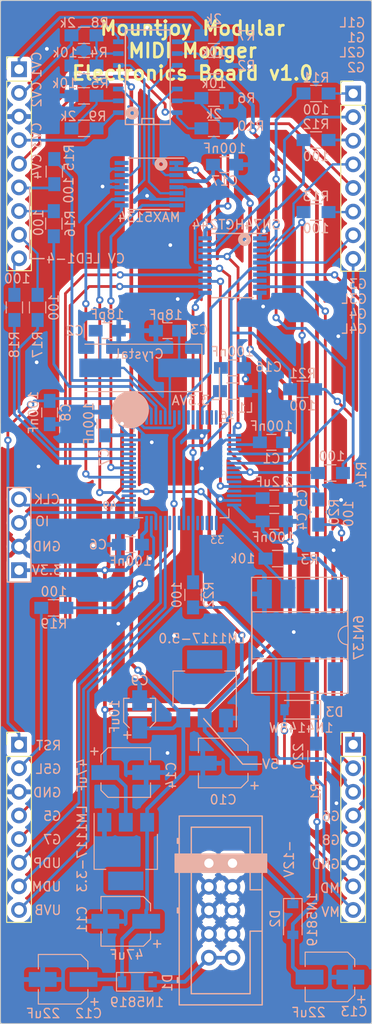
<source format=kicad_pcb>
(kicad_pcb (version 20221018) (generator pcbnew)
  (layers (0 "F.Cu" signal) (31 "B.Cu" signal) (34 "B.Paste" user) (35 "F.Paste" user) (36 "B.SilkS" user "B.Silkscreen") (37 "F.SilkS" user "F.Silkscreen") (38 "B.Mask" user) (39 "F.Mask" user) (44 "Edge.Cuts" user))
  (net 0 "")
  (net 1 "GATE1_LED_OUT")
  (net 2 "GND")
  (net 3 "GATE2_LED_OUT")
  (net 4 "GATE3_LED_OUT")
  (net 5 "GATE4_LED_OUT")
  (net 6 "CV1_LED_OUT")
  (net 7 "CV2_LED_OUT")
  (net 8 "CV3_LED_OUT")
  (net 9 "CV4_LED_OUT")
  (net 10 "GATE5_LED_OUT")
  (net 11 "GATE6_LED_OUT")
  (net 12 "GATE7_LED_OUT")
  (net 13 "GATE8_LED_OUT")
  (net 14 "MIDI_VREF")
  (net 15 "MIDI_DATA")
  (net 16 "GATE8_OUT")
  (net 17 "GATE7_OUT")
  (net 18 "GATE6_OUT")
  (net 19 "GATE5_OUT")
  (net 20 "GATE1_OUT")
  (net 21 "GATE2_OUT")
  (net 22 "GATE3_OUT")
  (net 23 "GATE4_OUT")
  (net 24 "USB_DM")
  (net 25 "USB_DP")
  (net 26 "USB_VBUS")
  (net 27 "CV1_OUT")
  (net 28 "CV2_OUT")
  (net 29 "CV3_OUT")
  (net 30 "CV4_OUT")
  (net 31 "+3V3")
  (net 32 "Net-(C2-Pad1)")
  (net 33 "Net-(C3-Pad1)")
  (net 34 "Net-(C5-Pad1)")
  (net 35 "NRST")
  (net 36 "VCC")
  (net 37 "+5V")
  (net 38 "VEE")
  (net 39 "+3.3VA")
  (net 40 "+12V")
  (net 41 "-12V")
  (net 42 "SWCLK")
  (net 43 "SWDIO")
  (net 44 "Net-(D3-Pad1)")
  (net 45 "Net-(R2-Pad2)")
  (net 46 "MIDI_RX")
  (net 47 "Net-(R4-Pad2)")
  (net 48 "Net-(R5-Pad2)")
  (net 49 "Net-(R10-Pad2)")
  (net 50 "GATE1")
  (net 51 "GATE2")
  (net 52 "GATE3")
  (net 53 "GATE4")
  (net 54 "CV1_LED")
  (net 55 "CV2_LED")
  (net 56 "CV3_LED")
  (net 57 "CV4_LED")
  (net 58 "GATE5")
  (net 59 "GATE6")
  (net 60 "GATE7")
  (net 61 "GATE8")
  (net 62 "Net-(U1-Pad1)")
  (net 63 "Net-(U1-Pad4)")
  (net 64 "Net-(U1-Pad8)")
  (net 65 "Net-(U1-Pad10)")
  (net 66 "Net-(U1-Pad14)")
  (net 67 "Net-(U1-Pad16)")
  (net 68 "Net-(U1-Pad20)")
  (net 69 "Net-(U1-Pad22)")
  (net 70 "Net-(U1-Pad24)")
  (net 71 "Net-(U1-Pad26)")
  (net 72 "Net-(U1-Pad29)")
  (net 73 "Net-(U1-Pad34)")
  (net 74 "Net-(U1-Pad36)")
  (net 75 "Net-(U1-Pad37)")
  (net 76 "Net-(U1-Pad39)")
  (net 77 "Net-(U1-Pad41)")
  (net 78 "Net-(U1-Pad43)")
  (net 79 "DAC_NSS")
  (net 80 "Net-(U1-Pad51)")
  (net 81 "Net-(U1-Pad53)")
  (net 82 "Net-(U1-Pad54)")
  (net 83 "DAC_SCK")
  (net 84 "Net-(U1-Pad56)")
  (net 85 "DAC_MOSI")
  (net 86 "Net-(U1-Pad58)")
  (net 87 "Net-(U1-Pad60)")
  (net 88 "Net-(U1-Pad62)")
  (net 89 "Net-(U2-Pad4)")
  (net 90 "Net-(U2-Pad7)")
  (net 91 "Net-(U2-Pad1)")
  (net 92 "DAC_3")
  (net 93 "DAC_4")
  (net 94 "DAC_2")
  (net 95 "DAC_1")
  (net 96 "Net-(U7-Pad16)")
  (net 97 "Net-(U1-Pad27)")
  (net 98 "Net-(U1-Pad33)")
  (net 99 "Net-(U1-Pad35)")
  (net 100 "Net-(U1-Pad11)")
  (net 101 "Net-(U1-Pad15)")
  (footprint "Socket_Strips:Socket_Strip_Straight_1x08_Pitch2.54mm" (layer "F.Cu") (at 134 50)
    (fp_text reference "J3" hide)
    (fp_text value "Conn_01x08_Male" hide)
  )
  (footprint "Socket_Strips:Socket_Strip_Straight_1x08_Pitch2.54mm" (layer "F.Cu") (at 98 120)
    (fp_text reference "J4" hide)
    (fp_text value "Conn_01x08_Male" hide)
  )
  (footprint "Socket_Strips:Socket_Strip_Straight_1x08_Pitch2.54mm" (layer "F.Cu") (at 134 120)
    (fp_text reference "J5" hide)
    (fp_text value "Conn_01x08_Male" hide)
  )
  (footprint "Socket_Strips:Socket_Strip_Straight_1x09_Pitch2.54mm" (layer "F.Cu") (at 98 47.4)
    (fp_text reference "J2" hide)
    (fp_text value "Conn_01x09_Male" hide)
  )
  (footprint "Diodes_SMD:D_SOD-123" (layer "B.Cu") (at 128.25 116.25 180)
    (fp_text reference "D3")
    (fp_text value "1N4148W")
  )
  (footprint "Capacitors_SMD:C_0805_HandSoldering" (layer "B.Cu") (at 125.2 87.5)
    (fp_text reference "C1")
    (fp_text value "100nF")
  )
  (footprint "Capacitors_SMD:C_0805_HandSoldering" (layer "B.Cu") (at 114 75.5 180)
    (fp_text reference "C3")
    (fp_text value "18pF")
  )
  (footprint "Capacitors_SMD:C_0805_HandSoldering" (layer "B.Cu") (at 125.5 96)
    (fp_text reference "C4")
    (fp_text value "100nF")
  )
  (footprint "Capacitors_SMD:C_0805_HandSoldering" (layer "B.Cu") (at 125.5 93.5)
    (fp_text reference "C5")
    (fp_text value "2.2uF")
  )
  (footprint "Capacitors_SMD:C_0805_HandSoldering" (layer "B.Cu") (at 110 98.5 180)
    (fp_text reference "C6")
    (fp_text value "100nF")
  )
  (footprint "Capacitors_SMD:C_0805_HandSoldering" (layer "B.Cu") (at 107.25 85.5 90)
    (fp_text reference "C7")
    (fp_text value "100nF")
  )
  (footprint "Capacitors_SMD:C_0805_HandSoldering" (layer "B.Cu") (at 101.3 84.3 90)
    (fp_text reference "C8")
    (fp_text value "100nF")
  )
  (footprint "Capacitors_SMD:CP_Elec_3x5.3" (layer "B.Cu") (at 111 116.75 90)
    (fp_text reference "C9")
    (fp_text value "10uF")
  )
  (footprint "Capacitors_SMD:CP_Elec_5x5.3" (layer "B.Cu") (at 120 122 180)
    (fp_text reference "C10")
    (fp_text value "22uF")
  )
  (footprint "Capacitors_SMD:CP_Elec_5x5.8" (layer "B.Cu") (at 109.5 139 180)
    (fp_text reference "C11")
    (fp_text value "47uF")
  )
  (footprint "Capacitors_SMD:CP_Elec_5x5.3" (layer "B.Cu") (at 102.75 145.25 180)
    (fp_text reference "C12")
    (fp_text value "22uF")
  )
  (footprint "Capacitors_SMD:CP_Elec_5x5.3" (layer "B.Cu") (at 131.5 145 180)
    (fp_text reference "C13")
    (fp_text value "22uF")
  )
  (footprint "Capacitors_SMD:CP_Elec_5x5.8" (layer "B.Cu") (at 109.5 123)
    (fp_text reference "C14")
    (fp_text value "47uF")
  )
  (footprint "Capacitors_SMD:C_0805_HandSoldering" (layer "B.Cu") (at 120.15 57.65)
    (fp_text reference "C17")
    (fp_text value "100nF")
  )
  (footprint "Diodes_SMD:D_SOD-123" (layer "B.Cu") (at 110.75 145.5)
    (fp_text reference "D1")
    (fp_text value "1N5819")
  )
  (footprint "Diodes_SMD:D_SOD-123" (layer "B.Cu") (at 127.5 138.8 -90)
    (fp_text reference "D2")
    (fp_text value "1N5819")
  )
  (footprint "Custom_Footprints:SWD_header" (layer "B.Cu") (at 98 101.25 90)
    (fp_text reference "J1" hide)
    (fp_text value "SWD_Header" hide)
  )
  (footprint "Custom_Footprints:Eurorack_10_pin_header" (layer "B.Cu") (at 121 132.75 -90)
    (fp_text reference "J9" hide)
    (fp_text value "Eurorack_10_pin_power")
  )
  (footprint "Inductors_SMD:L_0805_HandSoldering" (layer "B.Cu") (at 121 82)
    (fp_text reference "L1")
    (fp_text value "L")
  )
  (footprint "Resistors_SMD:R_0805_HandSoldering" (layer "B.Cu") (at 130 121.25 -90)
    (fp_text reference "R1")
    (fp_text value "220")
  )
  (footprint "Resistors_SMD:R_0805_HandSoldering" (layer "B.Cu") (at 125.9 100 180)
    (fp_text reference "R3")
    (fp_text value "10k")
  )
  (footprint "Resistors_SMD:R_0805_HandSoldering" (layer "B.Cu") (at 105 47)
    (fp_text reference "R4")
    (fp_text value "10k")
  )
  (footprint "Resistors_SMD:R_0805_HandSoldering" (layer "B.Cu") (at 105 50.25)
    (fp_text reference "R5")
    (fp_text value "10k")
  )
  (footprint "Resistors_SMD:R_0805_HandSoldering" (layer "B.Cu") (at 119 50.5 180)
    (fp_text reference "R6")
    (fp_text value "10k")
  )
  (footprint "Resistors_SMD:R_0805_HandSoldering" (layer "B.Cu") (at 119 43.75)
    (fp_text reference "R7")
    (fp_text value "2k")
  )
  (footprint "Resistors_SMD:R_0805_HandSoldering" (layer "B.Cu") (at 105 53.75 180)
    (fp_text reference "R9")
    (fp_text value "2k")
  )
  (footprint "Resistors_SMD:R_0805_HandSoldering" (layer "B.Cu") (at 119 53.75)
    (fp_text reference "R10")
    (fp_text value "2k")
  )
  (footprint "Resistors_SMD:R_0805_HandSoldering" (layer "B.Cu") (at 130 55 180)
    (fp_text reference "R12")
    (fp_text value "100")
  )
  (footprint "Resistors_SMD:R_0805_HandSoldering" (layer "B.Cu") (at 100 73 -90)
    (fp_text reference "R17")
    (fp_text value "100")
  )
  (footprint "Resistors_SMD:R_0805_HandSoldering" (layer "B.Cu") (at 97.5 73 -90)
    (fp_text reference "R18")
    (fp_text value "100")
  )
  (footprint "Resistors_SMD:R_0805_HandSoldering" (layer "B.Cu") (at 128.55 81.8 180)
    (fp_text reference "R21")
    (fp_text value "100")
  )
  (footprint "Package_QFP:LQFP-64_10x10mm_P0.5mm" (layer "B.Cu") (at 115.5 90.5 -90)
    (fp_text reference "U1" hide)
    (fp_text value "STM32F446RETx")
  )
  (footprint "TO_SOT_Packages_SMD:SOT-223" (layer "B.Cu") (at 118 114 90)
    (fp_text reference "U4" hide)
    (fp_text value "LM1117-5.0")
  )
  (footprint "TO_SOT_Packages_SMD:SOT-223" (layer "B.Cu") (at 109.5 131.5 -90)
    (fp_text reference "U5" hide)
    (fp_text value "LM1117-3.3")
  )
  (footprint "Housings_SSOP:TSSOP-20_4.4x6.5mm_Pitch0.65mm" (layer "B.Cu") (at 121 68.5 180)
    (fp_text reference "U6" hide)
    (fp_text value "SN74HCT244")
  )
  (footprint "Custom_Footprints:Crystal_SMD" (layer "B.Cu") (at 111 79.5 180)
    (fp_text reference "Y1" hide)
    (fp_text value "Crystal")
  )
  (footprint "Housings_SSOP:TSSOP-16_4.4x5mm_Pitch0.65mm" (layer "B.Cu") (at 112 59.75 180)
    (fp_text reference "U7" hide)
    (fp_text value "MAX5134")
  )
  (footprint "Capacitors_SMD:C_0805_HandSoldering" (layer "B.Cu") (at 121 79.5)
    (fp_text reference "C16")
    (fp_text value "100nF")
  )
  (footprint "SMD_Packages:SOIC-14_N" (layer "B.Cu") (at 112 48.25 90)
    (fp_text reference "U3" hide)
    (fp_text value "TL074")
  )
  (footprint "Housings_DIP:DIP-8_W8.89mm_SMDSocket_LongPads" (layer "B.Cu") (at 128.25 108.25 90)
    (fp_text reference "U2" hide)
    (fp_text value "6N137")
  )
  (footprint "Resistors_SMD:R_0805_HandSoldering" (layer "B.Cu") (at 105 43.75)
    (fp_text reference "R8")
    (fp_text value "2k")
  )
  (footprint "Resistors_SMD:R_0805_HandSoldering" (layer "B.Cu") (at 119 47 180)
    (fp_text reference "R2")
    (fp_text value "10k")
  )
  (footprint "Resistors_SMD:R_0805_HandSoldering" (layer "B.Cu") (at 101.75 64 -90)
    (fp_text reference "R16")
    (fp_text value "100")
  )
  (footprint "Resistors_SMD:R_0805_HandSoldering" (layer "B.Cu") (at 130 62.75 180)
    (fp_text reference "R13")
    (fp_text value "100")
  )
  (footprint "Resistors_SMD:R_0805_HandSoldering" (layer "B.Cu") (at 130 50 180)
    (fp_text reference "R11")
    (fp_text value "100")
  )
  (footprint "Capacitors_SMD:C_0805_HandSoldering" (layer "B.Cu") (at 107.5 75.5)
    (fp_text reference "C2")
    (fp_text value "18pF")
  )
  (footprint "Resistors_SMD:R_0805_HandSoldering" (layer "B.Cu") (at 130.25 95 90)
    (fp_text reference "R20")
    (fp_text value "100")
  )
  (footprint "Resistors_SMD:R_0805_HandSoldering" (layer "B.Cu") (at 131.55 90.8 180)
    (fp_text reference "R14")
    (fp_text value "100")
  )
  (footprint "Resistors_SMD:R_0805_HandSoldering" (layer "B.Cu") (at 116.75 103.9 90)
    (fp_text reference "R22")
    (fp_text value "100")
  )
  (footprint "Resistors_SMD:R_0805_HandSoldering" (layer "B.Cu") (at 101.75 105.3)
    (fp_text reference "R19")
    (fp_text value "100")
  )
  (footprint "Resistors_SMD:R_0805_HandSoldering" (layer "B.Cu") (at 101.8 58.4 90)
    (fp_text reference "R15")
    (fp_text value "100")
  )
  (gr_circle (center 122.3 65.7) (end 122.5 65.7) (stroke (width 0.5)) (fill none) (layer "B.SilkS"))
  (gr_circle (center 110.2 52.1) (end 110.4 52.1) (stroke (width 0.5)) (fill none) (layer "B.SilkS"))
  (gr_line (start 122.1 122.1) (end 117.9 117.2) (stroke (width 0.15)) (layer "B.SilkS"))
  (gr_circle (center 113.3 57.6) (end 113.5 57.6) (stroke (width 0.5)) (fill none) (layer "B.SilkS"))
  (gr_line (start 124.1 122.1) (end 122.1 122.1) (stroke (width 0.15)) (layer "B.SilkS"))
  (gr_line (start 99.15 67.75) (end 99.15 60.15) (stroke (width 0.15)) (layer "B.SilkS"))
  (gr_line (start 100.7 67.75) (end 99.15 67.75) (stroke (width 0.15)) (layer "B.SilkS"))
  (gr_circle (center 110 84) (end 110 84) (stroke (width 2)) (fill none) (layer "B.SilkS"))
  (gr_line (start 119.6 82.9) (end 119.6 79.5) (stroke (width 0.15)) (layer "B.SilkS"))
  (gr_line (start 118.8 82.9) (end 119.6 82.9) (stroke (width 0.15)) (layer "B.SilkS"))
  (gr_line (start 96 40) (end 136 40) (stroke (width 0.1)) (layer "Edge.Cuts"))
  (gr_line (start 96 150) (end 136 150) (stroke (width 0.1)) (layer "Edge.Cuts"))
  (gr_line (start 96 40) (end 96 150) (stroke (width 0.1)) (layer "Edge.Cuts"))
  (gr_line (start 136 40) (end 136 150) (stroke (width 0.1)) (layer "Edge.Cuts"))
  (gr_text "G5L" (at 101.17619 122.628571) (layer "B.SilkS") (effects (font (size 1 1)) (justify mirror)))
  (gr_text "GND" (at 101.033333 125.157142) (layer "B.SilkS") (effects (font (size 1 1)) (justify mirror)))
  (gr_text "G5" (at 101.580952 127.685713) (layer "B.SilkS") (effects (font (size 1 1)) (justify mirror)))
  (gr_text "G7" (at 101.580952 130.214284) (layer "B.SilkS") (effects (font (size 1 1)) (justify mirror)))
  (gr_text "UDP" (at 101.033333 132.742855) (layer "B.SilkS") (effects (font (size 1 1)) (justify mirror)))
  (gr_text "UDM" (at 100.961905 135.271426) (layer "B.SilkS") (effects (font (size 1 1)) (justify mirror)))
  (gr_text "UVB" (at 101.104762 137.8) (layer "B.SilkS") (effects (font (size 1 1)) (justify mirror)))
  (gr_text "G8" (at 131.6 130.275) (layer "B.SilkS") (effects (font (size 1 1)) (justify mirror)))
  (gr_text "MV" (at 131.576191 138) (layer "B.SilkS") (effects (font (size 1 1)) (justify mirror)))
  (gr_text "G3\nG3L\nG4\nG4L" (at 135.6 72.9) (layer "B.SilkS") (effects (font (size 1 1)) (justify left mirror)))
  (gr_text "G6" (at 131.6 127.7) (layer "B.SilkS") (effects (font (size 1 1)) (justify mirror)))
  (gr_text "GND" (at 131.052381 132.85) (layer "B.SilkS") (effects (font (size 1 1)) (justify mirror)))
  (gr_text "MD" (at 131.504762 135.425) (layer "B.SilkS") (effects (font (size 1 1)) (justify mirror)))
  (gr_text "G1L\nG1\nG2L\nG2" (at 135.4 44.8) (layer "B.SilkS") (effects (font (size 1 1)) (justify left mirror)))
  (gr_text "33" (at 120.2 98) (layer "B.SilkS") (effects (font (size 0.8 0.8) (thickness 0.12)) (justify left mirror)))
  (gr_text "49" (at 108.6 94.3) (layer "B.SilkS") (effects (font (size 0.8 0.8) (thickness 0.12)) (justify left mirror)))
  (gr_text "16" (at 121.3 84.6) (layer "B.SilkS") (effects (font (size 0.8 0.8) (thickness 0.12)) (justify left mirror)))
  (gr_text "5V" (at 125.1 122.1) (layer "B.SilkS") (effects (font (size 1 1)) (justify mirror)))
  (gr_text "3.3VA" (at 116.5 83) (layer "B.SilkS") (effects (font (size 1 1)) (justify mirror)))
  (gr_text "CV LED1-4" (at 100.85 67.75) (layer "B.SilkS") (effects (font (size 1 1)) (justify right mirror)))
  (gr_text "CV1" (at 99.9 48.4 90) (layer "B.SilkS") (effects (font (size 1 1)) (justify right mirror)))
  (gr_text "CV2" (at 99.9 51.6 90) (layer "B.SilkS") (effects (font (size 1 1)) (justify right mirror)))
  (gr_text "CV3" (at 99.9 56 90) (layer "B.SilkS") (effects (font (size 1 1)) (justify right mirror)))
  (gr_text "CV4" (at 99.9 59.35 90) (layer "B.SilkS") (effects (font (size 1 1)) (justify right mirror)))
  (gr_text "RST" (at 101.2 120.1) (layer "B.SilkS") (effects (font (size 1 1)) (justify mirror)))
  (gr_text "Mountjoy Modular\nMIDI Monger\nElectronics Board v1.0" (at 116.7 45.4) (layer "F.SilkS") (effects (font (size 1.5 1.5) (thickness 0.3))))
  (segment (start 131.35 50) (end 134 50) (width 0.25) (layer "B.Cu") (net 1))
  (segment (start 117.7 86.8) (end 117.7 90.3) (width 0.3) (layer "F.Cu") (net 2))
  (via (at 120.5 63.9) (size 0.8) (drill 0.4) (layers "F.Cu" "B.Cu") (net 2))
  (via (at 124.3 72.9) (size 0.8) (drill 0.4) (layers "F.Cu" "B.Cu") (net 2))
  (via (at 122.8 47.1) (size 0.8) (drill 0.4) (layers "F.Cu" "B.Cu") (net 2))
  (via (at 114 120.9) (size 0.8) (drill 0.4) (layers "F.Cu" "B.Cu") (net 2))
  (via (at 132.4 76.1) (size 0.8) (drill 0.4) (layers "F.Cu" "B.Cu") (net 2))
  (via (at 112.3 87.5) (size 0.8) (drill 0.4) (layers "F.Cu" "B.Cu") (net 2))
  (via (at 127.6 107.9) (size 0.8) (drill 0.4) (layers "F.Cu" "B.Cu") (net 2))
  (via (at 111.8 61) (size 0.8) (drill 0.4) (layers "F.Cu" "B.Cu") (net 2))
  (via (at 115.1 72.1) (size 0.8) (drill 0.4) (layers "F.Cu" "B.Cu") (net 2))
  (via (at 132.7 93.7) (size 0.8) (drill 0.4) (layers "F.Cu" "B.Cu") (net 2))
  (via (at 124.4 64.8) (size 0.8) (drill 0.4) (layers "F.Cu" "B.Cu") (net 2))
  (via (at 114.7 108.3) (size 0.8) (drill 0.4) (layers "F.Cu" "B.Cu") (net 2))
  (via (at 117.7 90.3) (size 0.8) (drill 0.4) (layers "F.Cu" "B.Cu") (net 2))
  (via (at 106 98.6) (size 0.8) (drill 0.4) (layers "F.Cu" "B.Cu") (net 2))
  (via (at 100.1 90.1) (size 0.8) (drill 0.4) (layers "F.Cu" "B.Cu") (net 2))
  (via (at 117.7 86.8) (size 0.8) (drill 0.4) (layers "F.Cu" "B.Cu") (net 2))
  (via (at 99.9 78.9) (size 0.8) (drill 0.4) (layers "F.Cu" "B.Cu") (net 2))
  (via (at 122.4 80.7) (size 0.8) (drill 0.4) (layers "F.Cu" "B.Cu") (net 2))
  (via (at 114.3 66.3) (size 0.8) (drill 0.4) (layers "F.Cu" "B.Cu") (net 2))
  (via (at 131.9 99.1) (size 0.8) (drill 0.4) (layers "F.Cu" "B.Cu") (net 2))
  (via (at 112.1 100) (size 0.8) (drill 0.4) (layers "F.Cu" "B.Cu") (net 2))
  (via (at 111.8 42.9) (size 0.8) (drill 0.4) (layers "F.Cu" "B.Cu") (net 2))
  (via (at 101 45.2) (size 0.8) (drill 0.4) (layers "F.Cu" "B.Cu") (net 2))
  (via (at 119.7 93.6) (size 0.8) (drill 0.4) (layers "F.Cu" "B.Cu") (net 2))
  (via (at 107 60) (size 0.8) (drill 0.4) (layers "F.Cu" "B.Cu") (net 2))
  (via (at 125 82) (size 0.8) (drill 0.4) (layers "F.Cu" "B.Cu") (net 2))
  (via (at 132.2 126.3) (size 0.8) (drill 0.4) (layers "F.Cu" "B.Cu") (net 2))
  (via (at 108.7 107) (size 0.8) (drill 0.4) (layers "F.Cu" "B.Cu") (net 2))
  (segment (start 116 61.375) (end 116.050001 61.425001) (width 0.3) (layer "B.Cu") (net 2))
  (segment (start 123.95 65.25) (end 124.4 64.8) (width 0.3) (layer "B.Cu") (net 2))
  (segment (start 109.05 84.25) (end 112.3 87.5) (width 0.3) (layer "B.Cu") (net 2))
  (segment (start 112.25 96.175) (end 112.25 97.524999) (width 0.3) (layer "B.Cu") (net 2))
  (segment (start 118.980002 66.225) (end 118.05 66.225) (width 0.3) (layer "B.Cu") (net 2))
  (segment (start 122.4 80.7) (end 122.4 79.65) (width 0.3) (layer "B.Cu") (net 2))
  (segment (start 120.5 63.9) (end 120.5 64.705002) (width 0.3) (layer "B.Cu") (net 2))
  (segment (start 121.175 93.75) (end 119.85 93.75) (width 0.3) (layer "B.Cu") (net 2))
  (segment (start 121.175 87.25) (end 120.25 87.25) (width 0.3) (layer "B.Cu") (net 2))
  (segment (start 109.05 59.425) (end 107.575 59.425) (width 0.3) (layer "B.Cu") (net 2))
  (segment (start 112.175 61.375) (end 111.8 61) (width 0.3) (layer "B.Cu") (net 2))
  (segment (start 115.905002 60.075) (end 116.050001 60.219999) (width 0.3) (layer "B.Cu") (net 2))
  (segment (start 112.499999 97.774998) (end 112.499999 99.600001) (width 0.3) (layer "B.Cu") (net 2))
  (segment (start 107 59.125) (end 107 60) (width 0.3) (layer "B.Cu") (net 2))
  (segment (start 109.825 87.25) (end 112.05 87.25) (width 0.3) (layer "B.Cu") (net 2))
  (segment (start 109.05 59.425) (end 109.05 60.075) (width 0.3) (layer "B.Cu") (net 2))
  (segment (start 107.075 60.075) (end 107 60) (width 0.3) (layer "B.Cu") (net 2))
  (segment (start 122.4 79.65) (end 122.25 79.5) (width 0.3) (layer "B.Cu") (net 2))
  (segment (start 119.7 93.6) (end 117.7 91.6) (width 0.3) (layer "B.Cu") (net 2))
  (segment (start 119.85 93.75) (end 119.7 93.6) (width 0.3) (layer "B.Cu") (net 2))
  (segment (start 107.25 84.25) (end 109.05 84.25) (width 0.3) (layer "B.Cu") (net 2))
  (segment (start 117.25 86.35) (end 117.7 86.8) (width 0.3) (layer "B.Cu") (net 2))
  (segment (start 123.95 65.575) (end 123.95 65.25) (width 0.3) (layer "B.Cu") (net 2))
  (segment (start 112.25 97.524999) (end 112.499999 97.774998) (width 0.3) (layer "B.Cu") (net 2))
  (segment (start 118.099999 89.900001) (end 117.7 90.3) (width 0.3) (layer "B.Cu") (net 2))
  (segment (start 109.05 60.075) (end 107.075 60.075) (width 0.3) (layer "B.Cu") (net 2))
  (segment (start 117.7 91.6) (end 117.7 90.3) (width 0.3) (layer "B.Cu") (net 2))
  (segment (start 118.099999 89.400001) (end 118.099999 89.900001) (width 0.3) (layer "B.Cu") (net 2))
  (segment (start 120.5 64.705002) (end 118.980002 66.225) (width 0.3) (layer "B.Cu") (net 2))
  (segment (start 112.499999 99.600001) (end 112.1 100) (width 0.3) (layer "B.Cu") (net 2))
  (segment (start 107.575 59.425) (end 107 60) (width 0.3) (layer "B.Cu") (net 2))
  (segment (start 114.95 60.075) (end 115.905002 60.075) (width 0.3) (layer "B.Cu") (net 2))
  (segment (start 120.25 87.25) (end 118.099999 89.400001) (width 0.3) (layer "B.Cu") (net 2))
  (segment (start 114.95 61.375) (end 116 61.375) (width 0.4) (layer "B.Cu") (net 2))
  (segment (start 116.050001 60.219999) (end 116.050001 64.549999) (width 0.3) (layer "B.Cu") (net 2))
  (segment (start 116.050001 64.549999) (end 114.3 66.3) (width 0.3) (layer "B.Cu") (net 2))
  (segment (start 117.25 84.825) (end 117.25 86.35) (width 0.3) (layer "B.Cu") (net 2))
  (segment (start 114.95 61.375) (end 112.175 61.375) (width 0.3) (layer "B.Cu") (net 2))
  (segment (start 112.05 87.25) (end 112.3 87.5) (width 0.3) (layer "B.Cu") (net 2))
  (segment (start 116.050001 61.425001) (end 116.050001 64.549999) (width 0.3) (layer "B.Cu") (net 2))
  (segment (start 109.05 58.125) (end 108 58.125) (width 0.3) (layer "B.Cu") (net 2))
  (segment (start 108 58.125) (end 107 59.125) (width 0.3) (layer "B.Cu") (net 2))
  (segment (start 131.35 55) (end 133.92 55) (width 0.3) (layer "B.Cu") (net 3))
  (segment (start 133.92 55) (end 134 55.08) (width 0.3) (layer "B.Cu") (net 3))
  (segment (start 131.35 62.75) (end 133.95 62.75) (width 0.25) (layer "B.Cu") (net 4))
  (segment (start 133.95 62.75) (end 134 62.7) (width 0.25) (layer "B.Cu") (net 4))
  (segment (start 134 88.75) (end 134 67.78) (width 0.3) (layer "B.Cu") (net 5))
  (segment (start 132.9 89.85) (end 134 88.75) (width 0.3) (layer "B.Cu") (net 5))
  (segment (start 132.9 90.8) (end 132.9 89.85) (width 0.3) (layer "B.Cu") (net 5))
  (segment (start 101.39 60.16) (end 101.8 59.75) (width 0.3) (layer "B.Cu") (net 6))
  (segment (start 98 60.16) (end 101.39 60.16) (width 0.3) (layer "B.Cu") (net 6))
  (segment (start 101.75 62.65) (end 98.05 62.65) (width 0.25) (layer "B.Cu") (net 7))
  (segment (start 98.05 62.65) (end 98 62.7) (width 0.25) (layer "B.Cu") (net 7))
  (segment (start 100 71.65) (end 100 67.24) (width 0.25) (layer "B.Cu") (net 8))
  (segment (start 100 67.24) (end 98 65.24) (width 0.25) (layer "B.Cu") (net 8))
  (segment (start 97.5 68.28) (end 98 67.78) (width 0.25) (layer "B.Cu") (net 9))
  (segment (start 97.5 71.65) (end 97.5 68.28) (width 0.25) (layer "B.Cu") (net 9))
  (segment (start 98 122.54) (end 100.4 120.14) (width 0.3) (layer "B.Cu") (net 10))
  (segment (start 100.4 120.14) (end 100.4 105.3) (width 0.3) (layer "B.Cu") (net 10))
  (segment (start 134 122.54) (end 132.75 121.29) (width 0.3) (layer "F.Cu") (net 11))
  (segment (start 132.75 121.29) (end 132.75 97.25) (width 0.3) (layer "F.Cu") (net 11))
  (via (at 132.75 97.25) (size 0.8) (drill 0.4) (layers "F.Cu" "B.Cu") (net 11))
  (segment (start 132.415685 96.35) (end 130.25 96.35) (width 0.3) (layer "B.Cu") (net 11))
  (segment (start 132.75 96.684315) (end 132.415685 96.35) (width 0.3) (layer "B.Cu") (net 11))
  (segment (start 132.75 97.25) (end 132.75 96.684315) (width 0.3) (layer "B.Cu") (net 11))
  (segment (start 132.3 83.1) (end 134 84.8) (width 0.3) (layer "F.Cu") (net 12))
  (segment (start 134 84.8) (end 134 120) (width 0.3) (layer "F.Cu") (net 12))
  (via (at 132.3 83.1) (size 0.8) (drill 0.4) (layers "F.Cu" "B.Cu") (net 12))
  (segment (start 131 81.8) (end 132.3 83.1) (width 0.3) (layer "B.Cu") (net 12))
  (segment (start 129.9 81.8) (end 131 81.8) (width 0.3) (layer "B.Cu") (net 12))
  (segment (start 120.110002 105.25) (end 125.7 110.839998) (width 0.3) (layer "B.Cu") (net 13))
  (segment (start 133.150001 124.230001) (end 134 125.08) (width 0.3) (layer "B.Cu") (net 13))
  (segment (start 125.7 121.099998) (end 126.100001 121.499999) (width 0.3) (layer "B.Cu") (net 13))
  (segment (start 125.7 110.839998) (end 125.7 121.099998) (width 0.3) (layer "B.Cu") (net 13))
  (segment (start 130.930001 121.499999) (end 133.150001 123.719999) (width 0.3) (layer "B.Cu") (net 13))
  (segment (start 126.100001 121.499999) (end 130.930001 121.499999) (width 0.3) (layer "B.Cu") (net 13))
  (segment (start 116.75 105.25) (end 120.110002 105.25) (width 0.3) (layer "B.Cu") (net 13))
  (segment (start 133.150001 123.719999) (end 133.150001 124.230001) (width 0.3) (layer "B.Cu") (net 13))
  (segment (start 130.850001 124.500001) (end 130 123.65) (width 0.3) (layer "B.Cu") (net 14))
  (segment (start 130.850001 134.630001) (end 130.850001 124.500001) (width 0.3) (layer "B.Cu") (net 14))
  (segment (start 130 123.65) (end 130 122.6) (width 0.3) (layer "B.Cu") (net 14))
  (segment (start 134 137.78) (end 130.850001 134.630001) (width 0.3) (layer "B.Cu") (net 14))
  (segment (start 134 135.24) (end 126.6 127.84) (width 0.3) (layer "F.Cu") (net 15))
  (segment (start 126.6 127.84) (end 126.6 118.5) (width 0.3) (layer "F.Cu") (net 15))
  (via (at 126.6 118.5) (size 0.8) (drill 0.4) (layers "F.Cu" "B.Cu") (net 15))
  (segment (start 126.98 112.695) (end 126.98 115.87) (width 0.3) (layer "B.Cu") (net 15))
  (segment (start 126.98 115.87) (end 126.6 116.25) (width 0.3) (layer "B.Cu") (net 15))
  (segment (start 126.6 118.5) (end 126.6 116.25) (width 0.3) (layer "B.Cu") (net 15))
  (segment (start 131 73.4) (end 131 127.16) (width 0.3) (layer "F.Cu") (net 16))
  (segment (start 131 127.16) (end 134 130.16) (width 0.3) (layer "F.Cu") (net 16))
  (via (at 131 73.4) (size 0.8) (drill 0.4) (layers "F.Cu" "B.Cu") (net 16))
  (segment (start 131 73.4) (end 128.4 70.775) (width 0.3) (layer "B.Cu") (net 16))
  (segment (start 128.4 70.775) (end 123.95 70.775) (width 0.3) (layer "B.Cu") (net 16))
  (segment (start 103.502374 124.597626) (end 103.502374 124.657626) (width 0.3) (layer "F.Cu") (net 17))
  (segment (start 105.55 70.75) (end 103.50001 72.79999) (width 0.3) (layer "F.Cu") (net 17))
  (segment (start 103.50001 72.79999) (end 103.50001 124.65999) (width 0.3) (layer "F.Cu") (net 17))
  (segment (start 108.85 70.75) (end 105.55 70.75) (width 0.3) (layer "F.Cu") (net 17))
  (segment (start 103.50001 124.65999) (end 98 130.16) (width 0.3) (layer "F.Cu") (net 17))
  (via (at 108.85 70.75) (size 0.8) (drill 0.4) (layers "F.Cu" "B.Cu") (net 17))
  (segment (start 108.85 70.75) (end 118.025 70.75) (width 0.3) (layer "B.Cu") (net 17))
  (segment (start 118.025 70.75) (end 118.05 70.775) (width 0.3) (layer "B.Cu") (net 17))
  (segment (start 135.200001 72.649999) (end 135.200001 126.419999) (width 0.3) (layer "F.Cu") (net 18))
  (segment (start 135.200001 126.419999) (end 134 127.62) (width 0.3) (layer "F.Cu") (net 18))
  (segment (start 132 69.5) (end 135.200001 72.649999) (width 0.3) (layer "F.Cu") (net 18))
  (via (at 132 69.5) (size 0.8) (drill 0.4) (layers "F.Cu" "B.Cu") (net 18))
  (segment (start 132 69.5) (end 132.025002 69.475) (width 0.3) (layer "B.Cu") (net 18))
  (segment (start 132.025002 69.475) (end 123.95 69.475) (width 0.3) (layer "B.Cu") (net 18))
  (segment (start 105 69.5) (end 103 71.5) (width 0.3) (layer "F.Cu") (net 19))
  (segment (start 103 71.5) (end 103 122.62) (width 0.3) (layer "F.Cu") (net 19))
  (segment (start 108.9 69.5) (end 105 69.5) (width 0.3) (layer "F.Cu") (net 19))
  (segment (start 103 122.62) (end 98 127.62) (width 0.3) (layer "F.Cu") (net 19))
  (via (at 108.9 69.5) (size 0.8) (drill 0.4) (layers "F.Cu" "B.Cu") (net 19))
  (segment (start 108.9 69.5) (end 118.025 69.5) (width 0.3) (layer "B.Cu") (net 19))
  (segment (start 118.025 69.5) (end 118.05 69.475) (width 0.3) (layer "B.Cu") (net 19))
  (segment (start 126.6 59.384696) (end 119.109696 66.875) (width 0.3) (layer "B.Cu") (net 20))
  (segment (start 134 52.54) (end 129.079998 52.54) (width 0.3) (layer "B.Cu") (net 20))
  (segment (start 119.109696 66.875) (end 118.05 66.875) (width 0.3) (layer "B.Cu") (net 20))
  (segment (start 129.079998 52.54) (end 126.6 55.019998) (width 0.3) (layer "B.Cu") (net 20))
  (segment (start 126.6 55.019998) (end 126.6 59.384696) (width 0.3) (layer "B.Cu") (net 20))
  (segment (start 123.95 66.875) (end 124.835002 66.875) (width 0.25) (layer "B.Cu") (net 21))
  (segment (start 124.835002 66.875) (end 127.574999 64.135003) (width 0.25) (layer "B.Cu") (net 21))
  (segment (start 131.794998 57.62) (end 134 57.62) (width 0.25) (layer "B.Cu") (net 21))
  (segment (start 127.574999 64.135003) (end 127.574999 61.839999) (width 0.25) (layer "B.Cu") (net 21))
  (segment (start 127.574999 61.839999) (end 131.794998 57.62) (width 0.25) (layer "B.Cu") (net 21))
  (segment (start 120.5 62.1) (end 120.5 55.589998) (width 0.3) (layer "F.Cu") (net 22))
  (segment (start 127.089999 53.249999) (end 134 60.16) (width 0.3) (layer "F.Cu") (net 22))
  (segment (start 122.839999 53.249999) (end 127.089999 53.249999) (width 0.3) (layer "F.Cu") (net 22))
  (segment (start 120.5 55.589998) (end 122.839999 53.249999) (width 0.3) (layer "F.Cu") (net 22))
  (via (at 120.5 62.1) (size 0.8) (drill 0.4) (layers "F.Cu" "B.Cu") (net 22))
  (segment (start 116.974999 68.124999) (end 116.974999 64.514999) (width 0.3) (layer "B.Cu") (net 22))
  (segment (start 116.974999 64.514999) (end 119.389998 62.1) (width 0.3) (layer "B.Cu") (net 22))
  (segment (start 117.025 68.175) (end 116.974999 68.124999) (width 0.3) (layer "B.Cu") (net 22))
  (segment (start 119.389998 62.1) (end 120.5 62.1) (width 0.3) (layer "B.Cu") (net 22))
  (segment (start 118.05 68.175) (end 117.025 68.175) (width 0.3) (layer "B.Cu") (net 22))
  (segment (start 123.95 68.175) (end 131.065 68.175) (width 0.25) (layer "B.Cu") (net 23))
  (segment (start 131.065 68.175) (end 134 65.24) (width 0.25) (layer "B.Cu") (net 23))
  (segment (start 98 135.24) (end 104.949991 128.290009) (width 0.3) (layer "B.Cu") (net 24))
  (segment (start 113.75 105.25) (end 113.75 96.175) (width 0.3) (layer "B.Cu") (net 24))
  (segment (start 104.949991 128.290009) (end 104.949991 114.050009) (width 0.3) (layer "B.Cu") (net 24))
  (segment (start 104.949991 114.050009) (end 113.75 105.25) (width 0.3) (layer "B.Cu") (net 24))
  (segment (start 104.449981 113.550019) (end 113.25 104.75) (width 0.3) (layer "B.Cu") (net 25))
  (segment (start 104.449981 126.250019) (end 104.449981 113.550019) (width 0.3) (layer "B.Cu") (net 25))
  (segment (start 113.25 104.75) (end 113.25 96.175) (width 0.3) (layer "B.Cu") (net 25))
  (segment (start 98 132.7) (end 104.449981 126.250019) (width 0.3) (layer "B.Cu") (net 25))
  (segment (start 105.449999 114.300001) (end 114.75001 104.99999) (width 0.3) (layer "B.Cu") (net 26))
  (segment (start 105.449999 130.330001) (end 105.449999 114.300001) (width 0.3) (layer "B.Cu") (net 26))
  (segment (start 114.75 104.99998) (end 114.75001 104.99999) (width 0.3) (layer "B.Cu") (net 26))
  (segment (start 98 137.78) (end 105.449999 130.330001) (width 0.3) (layer "B.Cu") (net 26))
  (segment (start 114.75 96.175) (end 114.75 104.99998) (width 0.3) (layer "B.Cu") (net 26))
  (segment (start 117.65 42.8) (end 116.65 41.8) (width 0.3) (layer "B.Cu") (net 27))
  (segment (start 116.65 41.8) (end 102.45 41.8) (width 0.3) (layer "B.Cu") (net 27))
  (segment (start 115.048 44.44) (end 116.96 44.44) (width 0.25) (layer "B.Cu") (net 27))
  (segment (start 98 46.25) (end 98 47.4) (width 0.3) (layer "B.Cu") (net 27))
  (segment (start 116.96 44.44) (end 117.65 43.75) (width 0.25) (layer "B.Cu") (net 27))
  (segment (start 102.45 41.8) (end 98 46.25) (width 0.3) (layer "B.Cu") (net 27))
  (segment (start 117.65 43.75) (end 117.65 42.8) (width 0.3) (layer "B.Cu") (net 27))
  (segment (start 107.536999 42.774999) (end 104.725001 42.774999) (width 0.25) (layer "B.Cu") (net 28))
  (segment (start 104.725001 42.774999) (end 103.75 43.75) (width 0.25) (layer "B.Cu") (net 28))
  (segment (start 108.698 43.936) (end 107.536999 42.774999) (width 0.25) (layer "B.Cu") (net 28))
  (segment (start 103.65 44.7) (end 98.41 49.94) (width 0.3) (layer "B.Cu") (net 28))
  (segment (start 108.698 44.44) (end 108.698 43.936) (width 0.25) (layer "B.Cu") (net 28))
  (segment (start 98.41 49.94) (end 98 49.94) (width 0.3) (layer "B.Cu") (net 28))
  (segment (start 103.65 43.75) (end 103.65 44.7) (width 0.3) (layer "B.Cu") (net 28))
  (segment (start 103.75 43.75) (end 103.65 43.75) (width 0.25) (layer "B.Cu") (net 28))
  (segment (start 104.98 55.02) (end 98 55.02) (width 0.3) (layer "B.Cu") (net 29))
  (segment (start 106.35 53.75) (end 106.25 53.75) (width 0.3) (layer "B.Cu") (net 29))
  (segment (start 106.35 53.75) (end 106.6905 53.75) (width 0.25) (layer "B.Cu") (net 29))
  (segment (start 108.3805 52.06) (end 108.698 52.06) (width 0.25) (layer "B.Cu") (net 29))
  (segment (start 106.25 53.75) (end 104.98 55.02) (width 0.3) (layer "B.Cu") (net 29))
  (segment (start 106.6905 53.75) (end 108.3805 52.06) (width 0.25) (layer "B.Cu") (net 29))
  (segment (start 100.2 53.910002) (end 100.2 55.36) (width 0.3) (layer "F.Cu") (net 30))
  (segment (start 103.639999 50.470003) (end 100.2 53.910002) (width 0.3) (layer "F.Cu") (net 30))
  (segment (start 113.75 51.139998) (end 110.860001 48.249999) (width 0.3) (layer "F.Cu") (net 30))
  (segment (start 103.639999 48.249999) (end 103.639999 50.470003) (width 0.3) (layer "F.Cu") (net 30))
  (segment (start 113.75 52) (end 113.75 51.139998) (width 0.3) (layer "F.Cu") (net 30))
  (segment (start 110.860001 48.249999) (end 103.639999 48.249999) (width 0.3) (layer "F.Cu") (net 30))
  (segment (start 100.2 55.36) (end 98 57.56) (width 0.3) (layer "F.Cu") (net 30))
  (via (at 113.75 52) (size 0.8) (drill 0.4) (layers "F.Cu" "B.Cu") (net 30))
  (segment (start 114.988 52) (end 115.048 52.06) (width 0.3) (layer "B.Cu") (net 30))
  (segment (start 115.048 52.06) (end 115.048 52.564) (width 0.25) (layer "B.Cu") (net 30))
  (segment (start 116.234 53.75) (end 117.65 53.75) (width 0.25) (layer "B.Cu") (net 30))
  (segment (start 115.048 52.564) (end 116.234 53.75) (width 0.25) (layer "B.Cu") (net 30))
  (segment (start 113.75 52) (end 114.988 52) (width 0.3) (layer "B.Cu") (net 30))
  (segment (start 107.649999 100.850001) (end 107.649999 93.850001) (width 0.4) (layer "F.Cu") (net 31))
  (segment (start 118.065998 116.25) (end 127.2 107.115998) (width 0.4) (layer "F.Cu") (net 31))
  (segment (start 127.2 81.8) (end 122.9 77.5) (width 0.4) (layer "F.Cu") (net 31))
  (segment (start 107.25 116.25) (end 118.065998 116.25) (width 0.4) (layer "F.Cu") (net 31))
  (segment (start 107.25 101.25) (end 107.649999 100.850001) (width 0.4) (layer "F.Cu") (net 31))
  (segment (start 127.2 107.115998) (end 127.2 98.2) (width 0.4) (layer "F.Cu") (net 31))
  (segment (start 109.1 92.4) (end 109.1 85.5) (width 0.4) (layer "F.Cu") (net 31))
  (segment (start 122.9 77.5) (end 122.9 61.8) (width 0.4) (layer "F.Cu") (net 31))
  (segment (start 107.649999 93.850001) (end 109.1 92.4) (width 0.4) (layer "F.Cu") (net 31))
  (segment (start 107.25 116.25) (end 107.25 101.25) (width 0.4) (layer "F.Cu") (net 31))
  (segment (start 127.2 98.2) (end 127.2 81.8) (width 0.4) (layer "F.Cu") (net 31))
  (segment (start 107.25 101.25) (end 107.25 101) (width 0.3) (layer "F.Cu") (net 31))
  (segment (start 107.815685 116.25) (end 107.25 116.25) (width 0.3) (layer "F.Cu") (net 31))
  (via (at 109.1 85.5) (size 0.8) (drill 0.4) (layers "F.Cu" "B.Cu") (net 31))
  (via (at 122.9 61.8) (size 0.8) (drill 0.4) (layers "F.Cu" "B.Cu") (net 31))
  (via (at 122.9 77.5) (size 0.8) (drill 0.4) (layers "F.Cu" "B.Cu") (net 31))
  (via (at 107.25 116.25) (size 0.8) (drill 0.4) (layers "F.Cu" "B.Cu") (net 31))
  (via (at 127.2 98.2) (size 0.8) (drill 0.4) (layers "F.Cu" "B.Cu") (net 31))
  (via (at 107.25 101.25) (size 0.8) (drill 0.4) (layers "F.Cu" "B.Cu") (net 31))
  (segment (start 108.928242 86.69999) (end 109.825 86.69999) (width 0.4) (layer "B.Cu") (net 31))
  (segment (start 119.025 57.65) (end 122.9 61.525) (width 0.4) (layer "B.Cu") (net 31))
  (segment (start 123.95 78.55) (end 123.95 82.05) (width 0.4) (layer "B.Cu") (net 31))
  (segment (start 111.75 98) (end 111.25 98.5) (width 0.3) (layer "B.Cu") (net 31))
  (segment (start 124.25 96) (end 122.87499 96) (width 0.4) (layer "B.Cu") (net 31))
  (segment (start 123.95 87.5) (end 123.95 82.05) (width 0.4) (layer "B.Cu") (net 31))
  (segment (start 118.15 59.425) (end 118.9 58.675) (width 0.4) (layer "B.Cu") (net 31))
  (segment (start 127.2 99.95) (end 127.25 100) (width 0.4) (layer "B.Cu") (net 31))
  (segment (start 109.525 101.25) (end 107.25 101.25) (width 0.4) (layer "B.Cu") (net 31))
  (segment (start 107.3 116.3) (end 107.25 116.25) (width 0.3) (layer "B.Cu") (net 31))
  (segment (start 109.5 124.5) (end 108 123) (width 0.4) (layer "B.Cu") (net 31))
  (segment (start 111.25 98.5) (end 111.25 99.525) (width 0.4) (layer "B.Cu") (net 31))
  (segment (start 127.25 98.25) (end 127.2 98.2) (width 0.3) (layer "B.Cu") (net 31))
  (segment (start 109.5 128.35) (end 109.5 124.5) (width 0.4) (layer "B.Cu") (net 31))
  (segment (start 107.25 122.95) (end 107.3 123) (width 0.4) (layer "B.Cu") (net 31))
  (segment (start 121.175 87.75) (end 123.7 87.75) (width 0.3) (layer "B.Cu") (net 31))
  (segment (start 114.95 59.425) (end 118.15 59.425) (width 0.4) (layer "B.Cu") (net 31))
  (segment (start 122.45 82) (end 122.35 82) (width 0.4) (layer "B.Cu") (net 31))
  (segment (start 107.25 116.25) (end 107.25 122.95) (width 0.4) (layer "B.Cu") (net 31))
  (segment (start 111.25 97.475) (end 111.69999 97.02501) (width 0.4) (layer "B.Cu") (net 31))
  (segment (start 109.1 85.5) (end 109.1 86.025) (width 0.3) (layer "B.Cu") (net 31))
  (segment (start 132.06 103.805) (end 132.06 101.855) (width 0.4) (layer "B.Cu") (net 31))
  (segment (start 118.9 58.675) (end 118.9 57.65) (width 0.4) (layer "B.Cu") (net 31))
  (segment (start 98 101.25) (end 107.25 101.25) (width 0.4) (layer "B.Cu") (net 31))
  (segment (start 123.9 82) (end 123.95 82.05) (width 0.4) (layer "B.Cu") (net 31))
  (segment (start 111.25 98.5) (end 111.25 97.475) (width 0.4) (layer "B.Cu") (net 31))
  (segment (start 127.2 98.2) (end 127.2 99.95) (width 0.4) (layer "B.Cu") (net 31))
  (segment (start 111.25 99.525) (end 109.525 101.25) (width 0.4) (layer "B.Cu") (net 31))
  (segment (start 122.9 77.5) (end 123.95 78.55) (width 0.4) (layer "B.Cu") (net 31))
  (segment (start 127.2 98.2) (end 125.425 98.2) (width 0.4) (layer "B.Cu") (net 31))
  (segment (start 118.9 57.65) (end 119.025 57.65) (width 0.4) (layer "B.Cu") (net 31))
  (segment (start 109.1 86.025) (end 109.825 86.75) (width 0.3) (layer "B.Cu") (net 31))
  (segment (start 125.425 98.2) (end 124.25 97.025) (width 0.4) (layer "B.Cu") (net 31))
  (segment (start 132.06 101.855) (end 130.205 100) (width 0.4) (layer "B.Cu") (net 31))
  (segment (start 123.7 87.75) (end 123.95 87.5) (width 0.3) (layer "B.Cu") (net 31))
  (segment (start 107.25 86.75) (end 108.878232 86.75) (width 0.4) (layer "B.Cu") (net 31))
  (segment (start 108 123) (end 107.3 123) (width 0.4) (layer "B.Cu") (net 31))
  (segment (start 124.25 97.025) (end 124.25 96) (width 0.4) (layer "B.Cu") (net 31))
  (segment (start 122.87499 96) (end 121.175 94.30001) (width 0.4) (layer "B.Cu") (net 31))
  (segment (start 122.35 82) (end 123.9 82) (width 0.4) (layer "B.Cu") (net 31))
  (segment (start 108.878232 86.75) (end 108.928242 86.69999) (width 0.4) (layer "B.Cu") (net 31))
  (segment (start 111.69999 97.02501) (end 111.69999 96.175) (width 0.4) (layer "B.Cu") (net 31))
  (segment (start 130.205 100) (end 127.25 100) (width 0.4) (layer "B.Cu") (net 31))
  (segment (start 122.9 61.525) (end 122.9 61.8) (width 0.4) (layer "B.Cu") (net 31))
  (segment (start 106.75 79.5) (end 106.75 76) (width 0.25) (layer "B.Cu") (net 32))
  (segment (start 109.3 79.5) (end 106.75 79.5) (width 0.25) (layer "B.Cu") (net 32))
  (segment (start 113.75 84.825) (end 113.75 83.95) (width 0.25) (layer "B.Cu") (net 32))
  (segment (start 113.75 83.95) (end 109.3 79.5) (width 0.25) (layer "B.Cu") (net 32))
  (segment (start 106.75 76) (end 106.25 75.5) (width 0.25) (layer "B.Cu") (net 32))
  (segment (start 114.25 84.825) (end 114.25 80.5) (width 0.25) (layer "B.Cu") (net 33))
  (segment (start 115.25 79.5) (end 115.25 75.5) (width 0.25) (layer "B.Cu") (net 33))
  (segment (start 114.25 80.5) (end 115.25 79.5) (width 0.25) (layer "B.Cu") (net 33))
  (segment (start 121.175 93.25) (end 124 93.25) (width 0.25) (layer "B.Cu") (net 34))
  (segment (start 124 93.25) (end 124.25 93.5) (width 0.25) (layer "B.Cu") (net 34))
  (segment (start 99.25 83.45) (end 96.799999 85.900001) (width 0.3) (layer "F.Cu") (net 35))
  (segment (start 96.799999 85.900001) (end 96.799999 87.275001) (width 0.3) (layer "F.Cu") (net 35))
  (via (at 99.25 83.45) (size 0.8) (drill 0.4) (layers "F.Cu" "B.Cu") (net 35))
  (via (at 96.799999 87.275001) (size 0.8) (drill 0.4) (layers "F.Cu" "B.Cu") (net 35))
  (segment (start 111.498952 85.95001) (end 114.54999 85.95001) (width 0.3) (layer "B.Cu") (net 35))
  (segment (start 108.348942 82.8) (end 111.498952 85.95001) (width 0.3) (layer "B.Cu") (net 35))
  (segment (start 101.2 82.95) (end 101.3 83.05) (width 0.3) (layer "B.Cu") (net 35))
  (segment (start 96.799999 117.649999) (end 98 118.85) (width 0.3) (layer "B.Cu") (net 35))
  (segment (start 114.75 85.75) (end 114.75 84.825) (width 0.3) (layer "B.Cu") (net 35))
  (segment (start 96.799999 87.275001) (end 96.799999 117.649999) (width 0.3) (layer "B.Cu") (net 35))
  (segment (start 101.4 82.8) (end 101.275 82.8) (width 0.3) (layer "B.Cu") (net 35))
  (segment (start 98 118.85) (end 98 120) (width 0.3) (layer "B.Cu") (net 35))
  (segment (start 99.65 83.05) (end 99.25 83.45) (width 0.3) (layer "B.Cu") (net 35))
  (segment (start 101.4 82.8) (end 108.348942 82.8) (width 0.3) (layer "B.Cu") (net 35))
  (segment (start 101.3 83.05) (end 99.65 83.05) (width 0.3) (layer "B.Cu") (net 35))
  (segment (start 114.54999 85.95001) (end 114.75 85.75) (width 0.3) (layer "B.Cu") (net 35))
  (segment (start 110.1 111.3) (end 110.1 49.3) (width 0.4) (layer "F.Cu") (net 36))
  (segment (start 110.8 112) (end 110.1 111.3) (width 0.4) (layer "F.Cu") (net 36))
  (via (at 110.1 49.3) (size 0.8) (drill 0.4) (layers "F.Cu" "B.Cu") (net 36))
  (via (at 110.8 112) (size 0.8) (drill 0.4) (layers "F.Cu" "B.Cu") (net 36))
  (segment (start 114.6 118.25) (end 115.7 117.15) (width 0.4) (layer "B.Cu") (net 36))
  (segment (start 110.8 112) (end 115.7 116.9) (width 0.4) (layer "B.Cu") (net 36))
  (segment (start 108.85 145.25) (end 109.1 145.5) (width 0.4) (layer "B.Cu") (net 36))
  (segment (start 108.698 48.25) (end 109.05 48.25) (width 0.4) (layer "B.Cu") (net 36))
  (segment (start 104.95 145.25) (end 108.85 145.25) (width 0.4) (layer "B.Cu") (net 36))
  (segment (start 109.1 145.5) (end 109.1 140.9) (width 0.4) (layer "B.Cu") (net 36))
  (segment (start 111 139) (end 111.7 139) (width 0.4) (layer "B.Cu") (net 36))
  (segment (start 109.05 48.25) (end 110.1 49.3) (width 0.4) (layer "B.Cu") (net 36))
  (segment (start 109.1 140.9) (end 111 139) (width 0.4) (layer "B.Cu") (net 36))
  (segment (start 115.7 116.9) (end 115.7 117.15) (width 0.3) (layer "B.Cu") (net 36))
  (segment (start 111 118.25) (end 114.6 118.25) (width 0.4) (layer "B.Cu") (net 36))
  (segment (start 111.7 139) (end 111.7 137.8) (width 0.4) (layer "B.Cu") (net 36))
  (segment (start 115.7 123.05) (end 115.7 117.15) (width 0.4) (layer "B.Cu") (net 36))
  (segment (start 111.8 138.9) (end 111.7 139) (width 0.3) (layer "B.Cu") (net 36))
  (segment (start 111.8 128.35) (end 111.8 126.95) (width 0.4) (layer "B.Cu") (net 36))
  (segment (start 111.7 137.8) (end 111.8 137.7) (width 0.4) (layer "B.Cu") (net 36))
  (segment (start 111.8 137.7) (end 111.8 128.35) (width 0.4) (layer "B.Cu") (net 36))
  (segment (start 111.8 126.95) (end 115.7 123.05) (width 0.4) (layer "B.Cu") (net 36))
  (segment (start 118.50001 104.75001) (end 118.50001 64.30001) (width 0.4) (layer "F.Cu") (net 37))
  (segment (start 118.50001 59.75001) (end 117 58.25) (width 0.4) (layer "F.Cu") (net 37))
  (segment (start 118.50001 64.30001) (end 118.50001 59.75001) (width 0.4) (layer "F.Cu") (net 37))
  (segment (start 118.50001 64.30001) (end 118.50001 64.09999) (width 0.4) (layer "F.Cu") (net 37))
  (segment (start 122 108.25) (end 118.50001 104.75001) (width 0.4) (layer "F.Cu") (net 37))
  (via (at 122 108.25) (size 0.8) (drill 0.4) (layers "F.Cu" "B.Cu") (net 37))
  (via (at 117 58.25) (size 0.8) (drill 0.4) (layers "F.Cu" "B.Cu") (net 37))
  (via (at 118.50001 64.30001) (size 0.8) (drill 0.4) (layers "F.Cu" "B.Cu") (net 37))
  (segment (start 122 112.9) (end 122 108.25) (width 0.4) (layer "B.Cu") (net 37))
  (segment (start 114.95 57.475) (end 114.95 58.125) (width 0.4) (layer "B.Cu") (net 37))
  (segment (start 116.875 58.125) (end 114.95 58.125) (width 0.4) (layer "B.Cu") (net 37))
  (segment (start 118.05 65.575) (end 118.05 64.75002) (width 0.4) (layer "B.Cu") (net 37))
  (segment (start 118 118.5) (end 118 117.15) (width 0.4) (layer "B.Cu") (net 37))
  (segment (start 118.05 64.75002) (end 118.50001 64.30001) (width 0.4) (layer "B.Cu") (net 37))
  (segment (start 117 58.25) (end 116.875 58.125) (width 0.4) (layer "B.Cu") (net 37))
  (segment (start 122.2 122) (end 121.5 122) (width 0.4) (layer "B.Cu") (net 37))
  (segment (start 118 116.9) (end 122 112.9) (width 0.4) (layer "B.Cu") (net 37))
  (segment (start 121.5 122) (end 118 118.5) (width 0.4) (layer "B.Cu") (net 37))
  (segment (start 118 117.15) (end 118 116.9) (width 0.4) (layer "B.Cu") (net 37))
  (segment (start 130.1 61.1) (end 130.1 128.3) (width 0.4) (layer "F.Cu") (net 38))
  (segment (start 123.2 54) (end 123.2 54.2) (width 0.3) (layer "F.Cu") (net 38))
  (segment (start 123.2 54.2) (end 130.1 61.1) (width 0.4) (layer "F.Cu") (net 38))
  (via (at 123.2 54) (size 0.8) (drill 0.4) (layers "F.Cu" "B.Cu") (net 38))
  (via (at 130.1 128.3) (size 0.8) (drill 0.4) (layers "F.Cu" "B.Cu") (net 38))
  (segment (start 129.25 144.95) (end 129.3 145) (width 0.3) (layer "B.Cu") (net 38))
  (segment (start 130.1 128.3) (end 130.1 136.7) (width 0.4) (layer "B.Cu") (net 38))
  (segment (start 127.5 139.3) (end 127.5 140.45) (width 0.4) (layer "B.Cu") (net 38))
  (segment (start 127.5 140.45) (end 127.5 143.9) (width 0.4) (layer "B.Cu") (net 38))
  (segment (start 127.5 143.9) (end 128.6 145) (width 0.4) (layer "B.Cu") (net 38))
  (segment (start 128.6 145) (end 129.3 145) (width 0.3) (layer "B.Cu") (net 38))
  (segment (start 120.130002 48.25) (end 123.2 51.319998) (width 0.4) (layer "B.Cu") (net 38))
  (segment (start 123.2 51.319998) (end 123.2 54) (width 0.4) (layer "B.Cu") (net 38))
  (segment (start 115.048 48.25) (end 120.130002 48.25) (width 0.4) (layer "B.Cu") (net 38))
  (segment (start 130.1 136.7) (end 127.5 139.3) (width 0.4) (layer "B.Cu") (net 38))
  (segment (start 119.55 82) (end 119.65 82) (width 0.25) (layer "B.Cu") (net 39))
  (segment (start 119.75 81.9) (end 119.65 82) (width 0.25) (layer "B.Cu") (net 39))
  (segment (start 117.75 83.8) (end 119.55 82) (width 0.25) (layer "B.Cu") (net 39))
  (segment (start 117.75 84.825) (end 117.75 83.8) (width 0.25) (layer "B.Cu") (net 39))
  (segment (start 119.75 79.5) (end 119.75 81.9) (width 0.25) (layer "B.Cu") (net 39))
  (segment (start 115.87 145.5) (end 112.4 145.5) (width 0.4) (layer "B.Cu") (net 40))
  (segment (start 121 142.91) (end 118.46 142.91) (width 0.4) (layer "B.Cu") (net 40))
  (segment (start 118.46 142.91) (end 115.87 145.5) (width 0.4) (layer "B.Cu") (net 40))
  (segment (start 123.95 132.75) (end 121 132.75) (width 0.4) (layer "B.Cu") (net 41))
  (segment (start 127.5 136.3) (end 123.95 132.75) (width 0.4) (layer "B.Cu") (net 41))
  (segment (start 118.46 132.75) (end 121 132.75) (width 0.4) (layer "B.Cu") (net 41))
  (segment (start 127.5 137.15) (end 127.5 136.3) (width 0.4) (layer "B.Cu") (net 41))
  (segment (start 109.825 94.25) (end 98.62 94.25) (width 0.3) (layer "B.Cu") (net 42))
  (segment (start 98.62 94.25) (end 98 93.63) (width 0.3) (layer "B.Cu") (net 42))
  (segment (start 112.75 96.175) (end 112.75 95.25) (width 0.3) (layer "B.Cu") (net 43))
  (segment (start 99.12001 95.04999) (end 98 96.17) (width 0.3) (layer "B.Cu") (net 43))
  (segment (start 112.54999 95.04999) (end 99.12001 95.04999) (width 0.3) (layer "B.Cu") (net 43))
  (segment (start 112.75 95.25) (end 112.54999 95.04999) (width 0.3) (layer "B.Cu") (net 43))
  (segment (start 130 119.9) (end 130 116.35) (width 0.3) (layer "B.Cu") (net 44))
  (segment (start 129.9 116.25) (end 129.9 113.075) (width 0.3) (layer "B.Cu") (net 44))
  (segment (start 129.9 113.075) (end 129.52 112.695) (width 0.3) (layer "B.Cu") (net 44))
  (segment (start 130 116.35) (end 129.9 116.25) (width 0.3) (layer "B.Cu") (net 44))
  (segment (start 117.65 46.35) (end 117.65 47) (width 0.25) (layer "B.Cu") (net 45))
  (segment (start 115.048 45.71) (end 117.26 45.71) (width 0.25) (layer "B.Cu") (net 45))
  (segment (start 120.25 43.75) (end 117.65 46.35) (width 0.25) (layer "B.Cu") (net 45))
  (segment (start 117.26 45.71) (end 117.65 46.1) (width 0.25) (layer "B.Cu") (net 45))
  (segment (start 117.65 46.1) (end 117.65 47) (width 0.25) (layer "B.Cu") (net 45))
  (segment (start 120.35 43.75) (end 120.25 43.75) (width 0.25) (layer "B.Cu") (net 45))
  (segment (start 111.8 92.7) (end 111.7 92.8) (width 0.3) (layer "F.Cu") (net 46))
  (segment (start 111.7 92.8) (end 117.6 92.8) (width 0.3) (layer "F.Cu") (net 46))
  (via (at 117.6 92.8) (size 0.8) (drill 0.4) (layers "F.Cu" "B.Cu") (net 46))
  (via (at 111.7 92.8) (size 0.8) (drill 0.4) (layers "F.Cu" "B.Cu") (net 46))
  (segment (start 124.55 100.625) (end 124.55 100) (width 0.3) (layer "B.Cu") (net 46))
  (segment (start 124.55 99.75) (end 124.55 100) (width 0.3) (layer "B.Cu") (net 46))
  (segment (start 117.6 92.8) (end 124.55 99.75) (width 0.3) (layer "B.Cu") (net 46))
  (segment (start 126.98 103.805) (end 126.98 103.055) (width 0.3) (layer "B.Cu") (net 46))
  (segment (start 126.98 103.055) (end 124.55 100.625) (width 0.3) (layer "B.Cu") (net 46))
  (segment (start 111.65 92.75) (end 109.825 92.75) (width 0.3) (layer "B.Cu") (net 46))
  (segment (start 127.65 103.135) (end 126.98 103.805) (width 0.3) (layer "B.Cu") (net 46))
  (segment (start 111.7 92.8) (end 111.65 92.75) (width 0.3) (layer "B.Cu") (net 46))
  (segment (start 106.35 45.32) (end 106.74 45.71) (width 0.25) (layer "B.Cu") (net 47))
  (segment (start 106.74 45.71) (end 108.698 45.71) (width 0.25) (layer "B.Cu") (net 47))
  (segment (start 106.35 43.75) (end 106.35 45.32) (width 0.25) (layer "B.Cu") (net 47))
  (segment (start 106.35 47) (end 106.35 46.1) (width 0.25) (layer "B.Cu") (net 47))
  (segment (start 106.35 46.1) (end 106.74 45.71) (width 0.25) (layer "B.Cu") (net 47))
  (segment (start 108.698 50.79) (end 106.89 50.79) (width 0.25) (layer "B.Cu") (net 48))
  (segment (start 103.65 53.75) (end 103.75 53.75) (width 0.25) (layer "B.Cu") (net 48))
  (segment (start 106.35 51.15) (end 106.35 50.25) (width 0.25) (layer "B.Cu") (net 48))
  (segment (start 103.75 53.75) (end 106.35 51.15) (width 0.25) (layer "B.Cu") (net 48))
  (segment (start 106.89 50.79) (end 106.35 50.25) (width 0.25) (layer "B.Cu") (net 48))
  (segment (start 120.35 53.75) (end 120.25 53.75) (width 0.25) (layer "B.Cu") (net 49))
  (segment (start 115.048 50.79) (end 117.36 50.79) (width 0.25) (layer "B.Cu") (net 49))
  (segment (start 117.36 50.79) (end 117.65 50.5) (width 0.25) (layer "B.Cu") (net 49))
  (segment (start 120.25 53.75) (end 117.65 51.15) (width 0.25) (layer "B.Cu") (net 49))
  (segment (start 117.65 51.15) (end 117.65 50.5) (width 0.25) (layer "B.Cu") (net 49))
  (segment (start 125.7 64.1) (end 125.7 74.1) (width 0.3) (layer "F.Cu") (net 50))
  (segment (start 125.7 59.2) (end 125.7 64.1) (width 0.3) (layer "F.Cu") (net 50))
  (via (at 125.7 59.2) (size 0.8) (drill 0.4) (layers "F.Cu" "B.Cu") (net 50))
  (via (at 125.7 64.1) (size 0.8) (drill 0.4) (layers "F.Cu" "B.Cu") (net 50))
  (via (at 125.7 74.1) (size 0.8) (drill 0.4) (layers "F.Cu" "B.Cu") (net 50))
  (segment (start 133.050001 83.612121) (end 126.912122 89.75) (width 0.3) (layer "B.Cu") (net 50))
  (segment (start 128.860001 75.249999) (end 133.050001 79.439999) (width 0.3) (layer "B.Cu") (net 50))
  (segment (start 123.95 66.225) (end 124.813238 66.225) (width 0.3) (layer "B.Cu") (net 50))
  (segment (start 125.7 65.338238) (end 125.7 64.1) (width 0.3) (layer "B.Cu") (net 50))
  (segment (start 133.050001 79.439999) (end 133.050001 83.612121) (width 0.3) (layer "B.Cu") (net 50))
  (segment (start 125.7 52.85) (end 128.55 50) (width 0.3) (layer "B.Cu") (net 50))
  (segment (start 125.7 59.2) (end 125.7 52.85) (width 0.3) (layer "B.Cu") (net 50))
  (segment (start 126.849999 75.249999) (end 128.860001 75.249999) (width 0.3) (layer "B.Cu") (net 50))
  (segment (start 124.813238 66.225) (end 125.7 65.338238) (width 0.3) (layer "B.Cu") (net 50))
  (segment (start 126.912122 89.75) (end 121.175 89.75) (width 0.3) (layer "B.Cu") (net 50))
  (segment (start 128.55 50) (end 128.65 50) (width 0.3) (layer "B.Cu") (net 50))
  (segment (start 125.7 74.1) (end 126.849999 75.249999) (width 0.3) (layer "B.Cu") (net 50))
  (segment (start 121.6 85.7) (end 121.6 68.705002) (width 0.3) (layer "F.Cu") (net 51))
  (segment (start 121.6 68.705002) (end 120.419998 67.525) (width 0.3) (layer "F.Cu") (net 51))
  (via (at 120.419998 67.525) (size 0.8) (drill 0.4) (layers "F.Cu" "B.Cu") (net 51))
  (via (at 121.6 85.7) (size 0.8) (drill 0.4) (layers "F.Cu" "B.Cu") (net 51))
  (segment (start 128.65 59.621765) (end 128.65 55) (width 0.3) (layer "B.Cu") (net 51))
  (segment (start 125.539794 62.405204) (end 125.866561 62.405204) (width 0.3) (layer "B.Cu") (net 51))
  (segment (start 120.419998 67.525) (end 125.539794 62.405204) (width 0.3) (layer "B.Cu") (net 51))
  (segment (start 118.05 67.525) (end 120.419998 67.525) (width 0.3) (layer "B.Cu") (net 51))
  (segment (start 125.866561 62.405204) (end 128.65 59.621765) (width 0.3) (layer "B.Cu") (net 51))
  (segment (start 121.175 85.825) (end 121.175 86.75) (width 0.3) (layer "B.Cu") (net 51))
  (segment (start 121.6 85.7) (end 121.175 85.825) (width 0.3) (layer "B.Cu") (net 51))
  (segment (start 128.5 63.9) (end 128.473206 63.873206) (width 0.3) (layer "F.Cu") (net 52))
  (segment (start 128.5 76) (end 128.5 63.9) (width 0.3) (layer "F.Cu") (net 52))
  (via (at 128.473206 63.873206) (size 0.8) (drill 0.4) (layers "F.Cu" "B.Cu") (net 52))
  (via (at 128.5 76) (size 0.8) (drill 0.4) (layers "F.Cu" "B.Cu") (net 52))
  (segment (start 127.205002 88.75) (end 128.5 87.455002) (width 0.3) (layer "B.Cu") (net 52))
  (segment (start 128.65 63.696412) (end 128.65 62.75) (width 0.25) (layer "B.Cu") (net 52))
  (segment (start 128.5 87.455002) (end 128.5 76) (width 0.3) (layer "B.Cu") (net 52))
  (segment (start 128.473206 63.873206) (end 128.65 63.696412) (width 0.25) (layer "B.Cu") (net 52))
  (segment (start 123.95 67.525) (end 124.821412 67.525) (width 0.25) (layer "B.Cu") (net 52))
  (segment (start 124.821412 67.525) (end 128.473206 63.873206) (width 0.25) (layer "B.Cu") (net 52))
  (segment (start 121.175 88.75) (end 127.205002 88.75) (width 0.3) (layer "B.Cu") (net 52))
  (segment (start 120.7 88.5) (end 122.9 90.7) (width 0.3) (layer "F.Cu") (net 53))
  (segment (start 120.7 69.649999) (end 120.7 88.5) (width 0.3) (layer "F.Cu") (net 53))
  (segment (start 119.6 68.8) (end 120.7 69.649999) (width 0.3) (layer "F.Cu") (net 53))
  (via (at 122.9 90.7) (size 0.8) (drill 0.4) (layers "F.Cu" "B.Cu") (net 53))
  (via (at 119.6 68.8) (size 0.8) (drill 0.4) (layers "F.Cu" "B.Cu") (net 53))
  (segment (start 121.175 90.75) (end 130.2 90.75) (width 0.3) (layer "B.Cu") (net 53))
  (segment (start 118.075 68.8) (end 118.05 68.825) (width 0.3) (layer "B.Cu") (net 53))
  (segment (start 119.6 68.8) (end 118.075 68.8) (width 0.3) (layer "B.Cu") (net 53))
  (segment (start 109.978237 80.850001) (end 103.7 80.850001) (width 0.3) (layer "B.Cu") (net 54))
  (segment (start 112.75 84.825) (end 112.75 83.621764) (width 0.3) (layer "B.Cu") (net 54))
  (segment (start 103.7 59.05) (end 101.8 57.15) (width 0.3) (layer "B.Cu") (net 54))
  (segment (start 112.75 83.621764) (end 109.978237 80.850001) (width 0.3) (layer "B.Cu") (net 54))
  (segment (start 101.8 57.15) (end 101.8 57.05) (width 0.3) (layer "B.Cu") (net 54))
  (segment (start 103.7 80.850001) (end 103.7 59.05) (width 0.3) (layer "B.Cu") (net 54))
  (segment (start 109.9 81.5) (end 112.25 83.948942) (width 0.3) (layer "B.Cu") (net 55))
  (segment (start 112.25 83.948942) (end 112.25 84.825) (width 0.3) (layer "B.Cu") (net 55))
  (segment (start 101.75 65.35) (end 101.75 79.087122) (width 0.3) (layer "B.Cu") (net 55))
  (segment (start 101.75 79.087122) (end 103.4 81.5) (width 0.3) (layer "B.Cu") (net 55))
  (segment (start 103.4 81.5) (end 109.9 81.5) (width 0.3) (layer "B.Cu") (net 55))
  (segment (start 100 74.35) (end 100 75.4) (width 0.3) (layer "B.Cu") (net 56))
  (segment (start 98 77.4) (end 98 84.2) (width 0.3) (layer "B.Cu") (net 56))
  (segment (start 98 84.2) (end 101.994988 88.24999) (width 0.3) (layer "B.Cu") (net 56))
  (segment (start 100 75.4) (end 98 77.4) (width 0.3) (layer "B.Cu") (net 56))
  (segment (start 101.994988 88.24999) (end 109.1 88.24999) (width 0.3) (layer "B.Cu") (net 56))
  (segment (start 109.825 89.25) (end 102.287878 89.25) (width 0.3) (layer "B.Cu") (net 57))
  (segment (start 97.5 84.462122) (end 97.5 74.35) (width 0.3) (layer "B.Cu") (net 57))
  (segment (start 102.287878 89.25) (end 97.5 84.462122) (width 0.3) (layer "B.Cu") (net 57))
  (segment (start 114.7 99) (end 114.7 94.1) (width 0.3) (layer "F.Cu") (net 58))
  (segment (start 111 102.7) (end 114.7 99) (width 0.3) (layer "F.Cu") (net 58))
  (via (at 111 102.7) (size 0.8) (drill 0.4) (layers "F.Cu" "B.Cu") (net 58))
  (via (at 114.7 94.1) (size 0.8) (drill 0.4) (layers "F.Cu" "B.Cu") (net 58))
  (segment (start 114.7 94.1) (end 114.7 87.1) (width 0.3) (layer "B.Cu") (net 58))
  (segment (start 103.1 105.3) (end 108.4 105.3) (width 0.3) (layer "B.Cu") (net 58))
  (segment (start 115.75 84.825) (end 115.75 86.05) (width 0.3) (layer "B.Cu") (net 58))
  (segment (start 115.75 86.05) (end 114.7 87.1) (width 0.3) (layer "B.Cu") (net 58))
  (segment (start 118.649999 73.100001) (end 122.925 68.825) (width 0.3) (layer "B.Cu") (net 58))
  (segment (start 118.649999 79.980003) (end 118.649999 73.100001) (width 0.3) (layer "B.Cu") (net 58))
  (segment (start 108.4 105.3) (end 111 102.7) (width 0.3) (layer "B.Cu") (net 58))
  (segment (start 115.75 82.880002) (end 118.649999 79.980003) (width 0.3) (layer "B.Cu") (net 58))
  (segment (start 115.75 84.825) (end 115.75 82.880002) (width 0.3) (layer "B.Cu") (net 58))
  (segment (start 122.925 68.825) (end 123.95 68.825) (width 0.3) (layer "B.Cu") (net 58))
  (segment (start 119.7 92.2) (end 119.7 70.2) (width 0.3) (layer "F.Cu") (net 59))
  (via (at 119.7 92.2) (size 0.8) (drill 0.4) (layers "F.Cu" "B.Cu") (net 59))
  (via (at 119.7 70.2) (size 0.8) (drill 0.4) (layers "F.Cu" "B.Cu") (net 59))
  (segment (start 119.7 92.2) (end 119.65 92.25) (width 0.3) (layer "B.Cu") (net 59))
  (segment (start 130.25 92.65) (end 129.85 92.25) (width 0.25) (layer "B.Cu") (net 59))
  (segment (start 130.25 93.65) (end 130.25 92.65) (width 0.25) (layer "B.Cu") (net 59))
  (segment (start 119.7 70.2) (end 118.125 70.2) (width 0.3) (layer "B.Cu") (net 59))
  (segment (start 129.85 92.25) (end 121.175 92.25) (width 0.25) (layer "B.Cu") (net 59))
  (segment (start 119.65 92.25) (end 121.175 92.25) (width 0.3) (layer "B.Cu") (net 59))
  (segment (start 118.125 70.2) (end 118.05 70.125) (width 0.3) (layer "B.Cu") (net 59))
  (segment (start 117.950001 87.849999) (end 116.350001 87.849999) (width 0.3) (layer "B.Cu") (net 60))
  (segment (start 127.2 81.8) (end 127.2 79.8) (width 0.3) (layer "B.Cu") (net 60))
  (segment (start 127.2 79.8) (end 123.150001 75.750001) (width 0.3) (layer "B.Cu") (net 60))
  (segment (start 120.850001 75.750001) (end 120.850001 84.601057) (width 0.3) (layer "B.Cu") (net 60))
  (segment (start 122.925 70.125) (end 120.850001 72.199999) (width 0.3) (layer "B.Cu") (net 60))
  (segment (start 120.850001 84.601057) (end 120.449999 85.001059) (width 0.3) (layer "B.Cu") (net 60))
  (segment (start 123.150001 75.750001) (end 120.850001 75.750001) (width 0.3) (layer "B.Cu") (net 60))
  (segment (start 115.75 88.45) (end 115.75 96.175) (width 0.3) (layer "B.Cu") (net 60))
  (segment (start 120.449999 85.001059) (end 120.449999 85.350001) (width 0.3) (layer "B.Cu") (net 60))
  (segment (start 120.850001 72.199999) (end 120.850001 75.750001) (width 0.3) (layer "B.Cu") (net 60))
  (segment (start 116.350001 87.849999) (end 115.75 88.45) (width 0.3) (layer "B.Cu") (net 60))
  (segment (start 120.449999 85.350001) (end 117.950001 87.849999) (width 0.3) (layer "B.Cu") (net 60))
  (segment (start 123.95 70.125) (end 122.925 70.125) (width 0.3) (layer "B.Cu") (net 60))
  (segment (start 116.75 73.25) (end 117 73) (width 0.3) (layer "F.Cu") (net 61))
  (segment (start 116.75 88.6) (end 116.75 73.25) (width 0.3) (layer "F.Cu") (net 61))
  (via (at 117 73) (size 0.8) (drill 0.4) (layers "F.Cu" "B.Cu") (net 61))
  (via (at 116.75 88.6) (size 0.8) (drill 0.4) (layers "F.Cu" "B.Cu") (net 61))
  (segment (start 117 72.475) (end 118.05 71.425) (width 0.3) (layer "B.Cu") (net 61))
  (segment (start 116.75 102.55) (end 116.75 96.175) (width 0.3) (layer "B.Cu") (net 61))
  (segment (start 116.75 96.175) (end 116.75 88.6) (width 0.3) (layer "B.Cu") (net 61))
  (segment (start 117 73) (end 117 72.475) (width 0.3) (layer "B.Cu") (net 61))
  (segment (start 106.7 72.2) (end 106.7 92.9) (width 0.3) (layer "F.Cu") (net 79))
  (via (at 106.7 72.2) (size 0.8) (drill 0.4) (layers "F.Cu" "B.Cu") (net 79))
  (via (at 106.7 92.9) (size 0.8) (drill 0.4) (layers "F.Cu" "B.Cu") (net 79))
  (segment (start 106.6 65) (end 106.6 72.1) (width 0.3) (layer "B.Cu") (net 79))
  (segment (start 106.6 72.1) (end 106.7 72.2) (width 0.3) (layer "B.Cu") (net 79))
  (segment (start 106.7 92.9) (end 108.098942 92.9) (width 0.3) (layer "B.Cu") (net 79))
  (segment (start 109.05 62.55) (end 106.6 65) (width 0.3) (layer "B.Cu") (net 79))
  (segment (start 108.948942 93.75) (end 109.825 93.75) (width 0.3) (layer "B.Cu") (net 79))
  (segment (start 109.05 62.025) (end 109.05 62.55) (width 0.3) (layer "B.Cu") (net 79))
  (segment (start 108.098942 92.9) (end 108.948942 93.75) (width 0.3) (layer "B.Cu") (net 79))
  (segment (start 105.2 90.9) (end 105.2 72.6) (width 0.3) (layer "F.Cu") (net 83))
  (via (at 105.2 90.9) (size 0.8) (drill 0.4) (layers "F.Cu" "B.Cu") (net 83))
  (via (at 105.2 72.6) (size 0.8) (drill 0.4) (layers "F.Cu" "B.Cu") (net 83))
  (segment (start 108 61.375) (end 109.05 61.375) (width 0.3) (layer "B.Cu") (net 83))
  (segment (start 109.825 91.25) (end 105.55 91.25) (width 0.3) (layer "B.Cu") (net 83))
  (segment (start 105.2 64.175) (end 108 61.375) (width 0.3) (layer "B.Cu") (net 83))
  (segment (start 105.2 72.6) (end 105.2 64.175) (width 0.3) (layer "B.Cu") (net 83))
  (segment (start 105.55 91.25) (end 105.2 90.9) (width 0.3) (layer "B.Cu") (net 83))
  (segment (start 107.9 90.2) (end 107.9 72.3) (width 0.3) (layer "F.Cu") (net 85))
  (via (at 107.9 72.3) (size 0.8) (drill 0.4) (layers "F.Cu" "B.Cu") (net 85))
  (via (at 107.9 90.2) (size 0.8) (drill 0.4) (layers "F.Cu" "B.Cu") (net 85))
  (segment (start 107.9 72.3) (end 107.9 65.4) (width 0.3) (layer "B.Cu") (net 85))
  (segment (start 114.425 62.025) (end 114.95 62.025) (width 0.3) (layer "B.Cu") (net 85))
  (segment (start 109.825 90.25) (end 107.95 90.25) (width 0.3) (layer "B.Cu") (net 85))
  (segment (start 111.275 62.025) (end 114.95 62.025) (width 0.3) (layer "B.Cu") (net 85))
  (segment (start 107.95 90.25) (end 107.9 90.2) (width 0.3) (layer "B.Cu") (net 85))
  (segment (start 107.9 65.4) (end 111.275 62.025) (width 0.3) (layer "B.Cu") (net 85))
  (segment (start 111 51.5045) (end 109.0155 49.52) (width 0.25) (layer "B.Cu") (net 92))
  (segment (start 109.0155 49.52) (end 108.698 49.52) (width 0.25) (layer "B.Cu") (net 92))
  (segment (start 110.05 58.775) (end 111 57.825) (width 0.25) (layer "B.Cu") (net 92))
  (segment (start 109.05 58.775) (end 110.05 58.775) (width 0.25) (layer "B.Cu") (net 92))
  (segment (start 111 57.825) (end 111 51.5045) (width 0.25) (layer "B.Cu") (net 92))
  (segment (start 113.775 58.775) (end 112.5 57.5) (width 0.25) (layer "B.Cu") (net 93))
  (segment (start 112.5 51.7505) (end 114.7305 49.52) (width 0.25) (layer "B.Cu") (net 93))
  (segment (start 112.5 57.5) (end 112.5 51.7505) (width 0.25) (layer "B.Cu") (net 93))
  (segment (start 114.7305 49.52) (end 115.048 49.52) (width 0.25) (layer "B.Cu") (net 93))
  (segment (start 114.95 58.775) (end 113.775 58.775) (width 0.25) (layer "B.Cu") (net 93))
  (segment (start 111.5 59.275) (end 110.05 60.725) (width 0.25) (layer "B.Cu") (net 94))
  (segment (start 108.698 46.98) (end 109.98 46.98) (width 0.25) (layer "B.Cu") (net 94))
  (segment (start 111.5 48.5) (end 111.5 59.275) (width 0.25) (layer "B.Cu") (net 94))
  (segment (start 110.05 60.725) (end 109.05 60.725) (width 0.25) (layer "B.Cu") (net 94))
  (segment (start 109.98 46.98) (end 111.5 48.5) (width 0.25) (layer "B.Cu") (net 94))
  (segment (start 112 49.7105) (end 114.7305 46.98) (width 0.25) (layer "B.Cu") (net 95))
  (segment (start 112 59.5) (end 112 49.7105) (width 0.25) (layer "B.Cu") (net 95))
  (segment (start 114.7305 46.98) (end 115.048 46.98) (width 0.25) (layer "B.Cu") (net 95))
  (segment (start 113.225 60.725) (end 112 59.5) (width 0.25) (layer "B.Cu") (net 95))
  (segment (start 114.95 60.725) (end 113.225 60.725) (width 0.25) (layer "B.Cu") (net 95))
  (zone (net 2) (net_name "GND") (layer "F.Cu") (connect_pads (clearance 0.508)) (min_thickness 0.254) (fill yes (thermal_gap 0.508) (thermal_bridge_width 0.508))
    (polygon (pts (xy 96 40) (xy 136 40) (xy 136 150) (xy 96 150)))
  )
  (zone (net 2) (net_name "GND") (layer "B.Cu") (connect_pads (clearance 0.508)) (min_thickness 0.254) (fill yes (thermal_gap 0.508) (thermal_bridge_width 0.508))
    (polygon (pts (xy 96 40) (xy 136 40) (xy 136 150) (xy 96 150)))
  )
)
</source>
